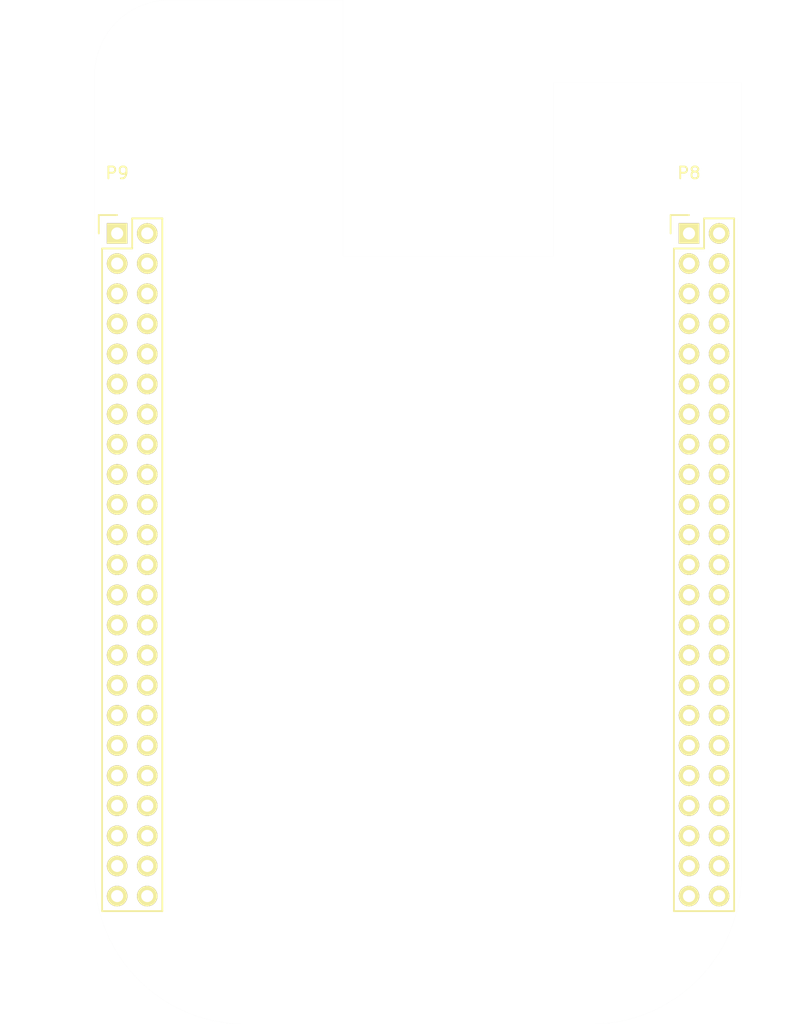
<source format=kicad_pcb>
(kicad_pcb (version 20221018) (generator pcbnew)
  (layers (0 "F.Cu" signal) (31 "B.Cu" signal) (34 "B.Paste" user) (35 "F.Paste" user) (36 "B.SilkS" user "B.Silkscreen") (37 "F.SilkS" user "F.Silkscreen") (38 "B.Mask" user) (39 "F.Mask" user) (44 "Edge.Cuts" user))
  (net 0 "")
  (net 1 "Net-(P8-Pad3)")
  (net 2 "Net-(P8-Pad4)")
  (net 3 "Net-(P8-Pad5)")
  (net 4 "Net-(P8-Pad6)")
  (net 5 "Net-(P8-Pad7)")
  (net 6 "Net-(P8-Pad8)")
  (net 7 "Net-(P8-Pad9)")
  (net 8 "Net-(P8-Pad10)")
  (net 9 "Net-(P8-Pad11)")
  (net 10 "Net-(P8-Pad12)")
  (net 11 "Net-(P8-Pad13)")
  (net 12 "Net-(P8-Pad14)")
  (net 13 "Net-(P8-Pad15)")
  (net 14 "Net-(P8-Pad16)")
  (net 15 "Net-(P8-Pad17)")
  (net 16 "Net-(P8-Pad18)")
  (net 17 "Net-(P8-Pad19)")
  (net 18 "Net-(P8-Pad20)")
  (net 19 "Net-(P8-Pad21)")
  (net 20 "Net-(P8-Pad22)")
  (net 21 "Net-(P8-Pad23)")
  (net 22 "Net-(P8-Pad24)")
  (net 23 "Net-(P8-Pad25)")
  (net 24 "Net-(P8-Pad26)")
  (net 25 "Net-(P8-Pad27)")
  (net 26 "Net-(P8-Pad28)")
  (net 27 "Net-(P8-Pad29)")
  (net 28 "Net-(P8-Pad30)")
  (net 29 "Net-(P8-Pad31)")
  (net 30 "Net-(P8-Pad32)")
  (net 31 "Net-(P8-Pad33)")
  (net 32 "Net-(P8-Pad34)")
  (net 33 "Net-(P8-Pad35)")
  (net 34 "Net-(P8-Pad36)")
  (net 35 "Net-(P8-Pad37)")
  (net 36 "Net-(P8-Pad38)")
  (net 37 "Net-(P8-Pad39)")
  (net 38 "Net-(P8-Pad40)")
  (net 39 "Net-(P8-Pad41)")
  (net 40 "Net-(P8-Pad42)")
  (net 41 "Net-(P8-Pad43)")
  (net 42 "Net-(P8-Pad44)")
  (net 43 "Net-(P8-Pad45)")
  (net 44 "Net-(P8-Pad46)")
  (net 45 "Net-(P9-Pad11)")
  (net 46 "Net-(P9-Pad12)")
  (net 47 "Net-(P9-Pad13)")
  (net 48 "Net-(P9-Pad14)")
  (net 49 "Net-(P9-Pad15)")
  (net 50 "Net-(P9-Pad16)")
  (net 51 "Net-(P9-Pad17)")
  (net 52 "Net-(P9-Pad18)")
  (net 53 "Net-(P9-Pad19)")
  (net 54 "Net-(P9-Pad20)")
  (net 55 "Net-(P9-Pad21)")
  (net 56 "Net-(P9-Pad22)")
  (net 57 "Net-(P9-Pad23)")
  (net 58 "Net-(P9-Pad24)")
  (net 59 "Net-(P9-Pad25)")
  (net 60 "Net-(P9-Pad26)")
  (net 61 "Net-(P9-Pad27)")
  (net 62 "Net-(P9-Pad28)")
  (net 63 "Net-(P9-Pad29)")
  (net 64 "Net-(P9-Pad30)")
  (net 65 "Net-(P9-Pad31)")
  (net 66 "Net-(P9-Pad33)")
  (net 67 "Net-(P9-Pad35)")
  (net 68 "Net-(P9-Pad36)")
  (net 69 "Net-(P9-Pad37)")
  (net 70 "Net-(P9-Pad38)")
  (net 71 "Net-(P9-Pad39)")
  (net 72 "Net-(P9-Pad40)")
  (net 73 "Net-(P9-Pad41)")
  (net 74 "Net-(P9-Pad42)")
  (net 75 "GNDD")
  (net 76 "+3V3")
  (net 77 "+5V")
  (net 78 "SYS_5V")
  (net 79 "PWR_BUT")
  (net 80 "SYS_RESETN")
  (net 81 "VDD_ADC")
  (net 82 "GNDA_ADC")
  (footprint "Socket_BeagleBone_Black:Socket_BeagleBone_Black" (layer "F.Cu") (at 164.6301 62.3824)
    (fp_text reference "P8" (at 0 -5.1) (layer "F.SilkS"))
    (fp_text value "BeagleBone_Black_Header")
    (fp_line (start -1.55 -1.55) (end -1.55 0) (stroke (width 0.15)) (layer "F.SilkS"))
    (fp_line (start -1.27 57.15) (end -1.27 1.27) (stroke (width 0.15)) (layer "F.SilkS"))
    (fp_line (start 0 -1.55) (end -1.55 -1.55) (stroke (width 0.15)) (layer "F.SilkS"))
    (fp_line (start 1.27 -1.27) (end 1.27 1.27) (stroke (width 0.15)) (layer "F.SilkS"))
    (fp_line (start 1.27 1.27) (end -1.27 1.27) (stroke (width 0.15)) (layer "F.SilkS"))
    (fp_line (start 3.81 -1.27) (end 1.27 -1.27) (stroke (width 0.15)) (layer "F.SilkS"))
    (fp_line (start 3.81 57.15) (end -1.27 57.15) (stroke (width 0.15)) (layer "F.SilkS"))
    (fp_line (start 3.81 57.15) (end 3.81 -1.27) (stroke (width 0.15)) (layer "F.SilkS"))
    (pad "1" thru_hole rect (at 0 0) (size 1.7272 1.7272) (drill 1.016) (layers "*.Cu" "*.Mask" "F.SilkS") (net 75 "GNDD"))
    (pad "2" thru_hole oval (at 2.54 0) (size 1.7272 1.7272) (drill 1.016) (layers "*.Cu" "*.Mask" "F.SilkS") (net 75 "GNDD"))
    (pad "3" thru_hole oval (at 0 2.54) (size 1.7272 1.7272) (drill 1.016) (layers "*.Cu" "*.Mask" "F.SilkS") (net 1 "Net-(P8-Pad3)"))
    (pad "4" thru_hole oval (at 2.54 2.54) (size 1.7272 1.7272) (drill 1.016) (layers "*.Cu" "*.Mask" "F.SilkS") (net 2 "Net-(P8-Pad4)"))
    (pad "5" thru_hole oval (at 0 5.08) (size 1.7272 1.7272) (drill 1.016) (layers "*.Cu" "*.Mask" "F.SilkS") (net 3 "Net-(P8-Pad5)"))
    (pad "6" thru_hole oval (at 2.54 5.08) (size 1.7272 1.7272) (drill 1.016) (layers "*.Cu" "*.Mask" "F.SilkS") (net 4 "Net-(P8-Pad6)"))
    (pad "7" thru_hole oval (at 0 7.62) (size 1.7272 1.7272) (drill 1.016) (layers "*.Cu" "*.Mask" "F.SilkS") (net 5 "Net-(P8-Pad7)"))
    (pad "8" thru_hole oval (at 2.54 7.62) (size 1.7272 1.7272) (drill 1.016) (layers "*.Cu" "*.Mask" "F.SilkS") (net 6 "Net-(P8-Pad8)"))
    (pad "9" thru_hole oval (at 0 10.16) (size 1.7272 1.7272) (drill 1.016) (layers "*.Cu" "*.Mask" "F.SilkS") (net 7 "Net-(P8-Pad9)"))
    (pad "10" thru_hole oval (at 2.54 10.16) (size 1.7272 1.7272) (drill 1.016) (layers "*.Cu" "*.Mask" "F.SilkS") (net 8 "Net-(P8-Pad10)"))
    (pad "11" thru_hole oval (at 0 12.7) (size 1.7272 1.7272) (drill 1.016) (layers "*.Cu" "*.Mask" "F.SilkS") (net 9 "Net-(P8-Pad11)"))
    (pad "12" thru_hole oval (at 2.54 12.7) (size 1.7272 1.7272) (drill 1.016) (layers "*.Cu" "*.Mask" "F.SilkS") (net 10 "Net-(P8-Pad12)"))
    (pad "13" thru_hole oval (at 0 15.24) (size 1.7272 1.7272) (drill 1.016) (layers "*.Cu" "*.Mask" "F.SilkS") (net 11 "Net-(P8-Pad13)"))
    (pad "14" thru_hole oval (at 2.54 15.24) (size 1.7272 1.7272) (drill 1.016) (layers "*.Cu" "*.Mask" "F.SilkS") (net 12 "Net-(P8-Pad14)"))
    (pad "15" thru_hole oval (at 0 17.78) (size 1.7272 1.7272) (drill 1.016) (layers "*.Cu" "*.Mask" "F.SilkS") (net 13 "Net-(P8-Pad15)"))
    (pad "16" thru_hole oval (at 2.54 17.78) (size 1.7272 1.7272) (drill 1.016) (layers "*.Cu" "*.Mask" "F.SilkS") (net 14 "Net-(P8-Pad16)"))
    (pad "17" thru_hole oval (at 0 20.32) (size 1.7272 1.7272) (drill 1.016) (layers "*.Cu" "*.Mask" "F.SilkS") (net 15 "Net-(P8-Pad17)"))
    (pad "18" thru_hole oval (at 2.54 20.32) (size 1.7272 1.7272) (drill 1.016) (layers "*.Cu" "*.Mask" "F.SilkS") (net 16 "Net-(P8-Pad18)"))
    (pad "19" thru_hole oval (at 0 22.86) (size 1.7272 1.7272) (drill 1.016) (layers "*.Cu" "*.Mask" "F.SilkS") (net 17 "Net-(P8-Pad19)"))
    (pad "20" thru_hole oval (at 2.54 22.86) (size 1.7272 1.7272) (drill 1.016) (layers "*.Cu" "*.Mask" "F.SilkS") (net 18 "Net-(P8-Pad20)"))
    (pad "21" thru_hole oval (at 0 25.4) (size 1.7272 1.7272) (drill 1.016) (layers "*.Cu" "*.Mask" "F.SilkS") (net 19 "Net-(P8-Pad21)"))
    (pad "22" thru_hole oval (at 2.54 25.4) (size 1.7272 1.7272) (drill 1.016) (layers "*.Cu" "*.Mask" "F.SilkS") (net 20 "Net-(P8-Pad22)"))
    (pad "23" thru_hole oval (at 0 27.94) (size 1.7272 1.7272) (drill 1.016) (layers "*.Cu" "*.Mask" "F.SilkS") (net 21 "Net-(P8-Pad23)"))
    (pad "24" thru_hole oval (at 2.54 27.94) (size 1.7272 1.7272) (drill 1.016) (layers "*.Cu" "*.Mask" "F.SilkS") (net 22 "Net-(P8-Pad24)"))
    (pad "25" thru_hole oval (at 0 30.48) (size 1.7272 1.7272) (drill 1.016) (layers "*.Cu" "*.Mask" "F.SilkS") (net 23 "Net-(P8-Pad25)"))
    (pad "26" thru_hole oval (at 2.54 30.48) (size 1.7272 1.7272) (drill 1.016) (layers "*.Cu" "*.Mask" "F.SilkS") (net 24 "Net-(P8-Pad26)"))
    (pad "27" thru_hole oval (at 0 33.02) (size 1.7272 1.7272) (drill 1.016) (layers "*.Cu" "*.Mask" "F.SilkS") (net 25 "Net-(P8-Pad27)"))
    (pad "28" thru_hole oval (at 2.54 33.02) (size 1.7272 1.7272) (drill 1.016) (layers "*.Cu" "*.Mask" "F.SilkS") (net 26 "Net-(P8-Pad28)"))
    (pad "29" thru_hole oval (at 0 35.56) (size 1.7272 1.7272) (drill 1.016) (layers "*.Cu" "*.Mask" "F.SilkS") (net 27 "Net-(P8-Pad29)"))
    (pad "30" thru_hole oval (at 2.54 35.56) (size 1.7272 1.7272) (drill 1.016) (layers "*.Cu" "*.Mask" "F.SilkS") (net 28 "Net-(P8-Pad30)"))
    (pad "31" thru_hole oval (at 0 38.1) (size 1.7272 1.7272) (drill 1.016) (layers "*.Cu" "*.Mask" "F.SilkS") (net 29 "Net-(P8-Pad31)"))
    (pad "32" thru_hole oval (at 2.54 38.1) (size 1.7272 1.7272) (drill 1.016) (layers "*.Cu" "*.Mask" "F.SilkS") (net 30 "Net-(P8-Pad32)"))
    (pad "33" thru_hole oval (at 0 40.64) (size 1.7272 1.7272) (drill 1.016) (layers "*.Cu" "*.Mask" "F.SilkS") (net 31 "Net-(P8-Pad33)"))
    (pad "34" thru_hole oval (at 2.54 40.64) (size 1.7272 1.7272) (drill 1.016) (layers "*.Cu" "*.Mask" "F.SilkS") (net 32 "Net-(P8-Pad34)"))
    (pad "35" thru_hole oval (at 0 43.18) (size 1.7272 1.7272) (drill 1.016) (layers "*.Cu" "*.Mask" "F.SilkS") (net 33 "Net-(P8-Pad35)"))
    (pad "36" thru_hole oval (at 2.54 43.18) (size 1.7272 1.7272) (drill 1.016) (layers "*.Cu" "*.Mask" "F.SilkS") (net 34 "Net-(P8-Pad36)"))
    (pad "37" thru_hole oval (at 0 45.72) (size 1.7272 1.7272) (drill 1.016) (layers "*.Cu" "*.Mask" "F.SilkS") (net 35 "Net-(P8-Pad37)"))
    (pad "38" thru_hole oval (at 2.54 45.72) (size 1.7272 1.7272) (drill 1.016) (layers "*.Cu" "*.Mask" "F.SilkS") (net 36 "Net-(P8-Pad38)"))
    (pad "39" thru_hole oval (at 0 48.26) (size 1.7272 1.7272) (drill 1.016) (layers "*.Cu" "*.Mask" "F.SilkS") (net 37 "Net-(P8-Pad39)"))
    (pad "40" thru_hole oval (at 2.54 48.26) (size 1.7272 1.7272) (drill 1.016) (layers "*.Cu" "*.Mask" "F.SilkS") (net 38 "Net-(P8-Pad40)"))
    (pad "41" thru_hole oval (at 0 50.8) (size 1.7272 1.7272) (drill 1.016) (layers "*.Cu" "*.Mask" "F.SilkS") (net 39 "Net-(P8-Pad41)"))
    (pad "42" thru_hole oval (at 2.54 50.8) (size 1.7272 1.7272) (drill 1.016) (layers "*.Cu" "*.Mask" "F.SilkS") (net 40 "Net-(P8-Pad42)"))
    (pad "43" thru_hole oval (at 0 53.34) (size 1.7272 1.7272) (drill 1.016) (layers "*.Cu" "*.Mask" "F.SilkS") (net 41 "Net-(P8-Pad43)"))
    (pad "44" thru_hole oval (at 2.54 53.34) (size 1.7272 1.7272) (drill 1.016) (layers "*.Cu" "*.Mask" "F.SilkS") (net 42 "Net-(P8-Pad44)"))
    (pad "45" thru_hole oval (at 0 55.88) (size 1.7272 1.7272) (drill 1.016) (layers "*.Cu" "*.Mask" "F.SilkS") (net 43 "Net-(P8-Pad45)"))
    (pad "46" thru_hole oval (at 2.54 55.88) (size 1.7272 1.7272) (drill 1.016) (layers "*.Cu" "*.Mask" "F.SilkS") (net 44 "Net-(P8-Pad46)"))
  )
  (footprint "Socket_BeagleBone_Black:Socket_BeagleBone_Black" (layer "F.Cu") (at 116.3701 62.3824)
    (fp_text reference "P9" (at 0 -5.1) (layer "F.SilkS"))
    (fp_text value "BeagleBone_Black_Header")
    (fp_line (start -1.55 -1.55) (end -1.55 0) (stroke (width 0.15)) (layer "F.SilkS"))
    (fp_line (start -1.27 57.15) (end -1.27 1.27) (stroke (width 0.15)) (layer "F.SilkS"))
    (fp_line (start 0 -1.55) (end -1.55 -1.55) (stroke (width 0.15)) (layer "F.SilkS"))
    (fp_line (start 1.27 -1.27) (end 1.27 1.27) (stroke (width 0.15)) (layer "F.SilkS"))
    (fp_line (start 1.27 1.27) (end -1.27 1.27) (stroke (width 0.15)) (layer "F.SilkS"))
    (fp_line (start 3.81 -1.27) (end 1.27 -1.27) (stroke (width 0.15)) (layer "F.SilkS"))
    (fp_line (start 3.81 57.15) (end -1.27 57.15) (stroke (width 0.15)) (layer "F.SilkS"))
    (fp_line (start 3.81 57.15) (end 3.81 -1.27) (stroke (width 0.15)) (layer "F.SilkS"))
    (pad "1" thru_hole rect (at 0 0) (size 1.7272 1.7272) (drill 1.016) (layers "*.Cu" "*.Mask" "F.SilkS") (net 75 "GNDD"))
    (pad "2" thru_hole oval (at 2.54 0) (size 1.7272 1.7272) (drill 1.016) (layers "*.Cu" "*.Mask" "F.SilkS") (net 75 "GNDD"))
    (pad "3" thru_hole oval (at 0 2.54) (size 1.7272 1.7272) (drill 1.016) (layers "*.Cu" "*.Mask" "F.SilkS") (net 76 "+3V3"))
    (pad "4" thru_hole oval (at 2.54 2.54) (size 1.7272 1.7272) (drill 1.016) (layers "*.Cu" "*.Mask" "F.SilkS") (net 76 "+3V3"))
    (pad "5" thru_hole oval (at 0 5.08) (size 1.7272 1.7272) (drill 1.016) (layers "*.Cu" "*.Mask" "F.SilkS") (net 77 "+5V"))
    (pad "6" thru_hole oval (at 2.54 5.08) (size 1.7272 1.7272) (drill 1.016) (layers "*.Cu" "*.Mask" "F.SilkS") (net 77 "+5V"))
    (pad "7" thru_hole oval (at 0 7.62) (size 1.7272 1.7272) (drill 1.016) (layers "*.Cu" "*.Mask" "F.SilkS") (net 78 "SYS_5V"))
    (pad "8" thru_hole oval (at 2.54 7.62) (size 1.7272 1.7272) (drill 1.016) (layers "*.Cu" "*.Mask" "F.SilkS") (net 78 "SYS_5V"))
    (pad "9" thru_hole oval (at 0 10.16) (size 1.7272 1.7272) (drill 1.016) (layers "*.Cu" "*.Mask" "F.SilkS") (net 79 "PWR_BUT"))
    (pad "10" thru_hole oval (at 2.54 10.16) (size 1.7272 1.7272) (drill 1.016) (layers "*.Cu" "*.Mask" "F.SilkS") (net 80 "SYS_RESETN"))
    (pad "11" thru_hole oval (at 0 12.7) (size 1.7272 1.7272) (drill 1.016) (layers "*.Cu" "*.Mask" "F.SilkS") (net 45 "Net-(P9-Pad11)"))
    (pad "12" thru_hole oval (at 2.54 12.7) (size 1.7272 1.7272) (drill 1.016) (layers "*.Cu" "*.Mask" "F.SilkS") (net 46 "Net-(P9-Pad12)"))
    (pad "13" thru_hole oval (at 0 15.24) (size 1.7272 1.7272) (drill 1.016) (layers "*.Cu" "*.Mask" "F.SilkS") (net 47 "Net-(P9-Pad13)"))
    (pad "14" thru_hole oval (at 2.54 15.24) (size 1.7272 1.7272) (drill 1.016) (layers "*.Cu" "*.Mask" "F.SilkS") (net 48 "Net-(P9-Pad14)"))
    (pad "15" thru_hole oval (at 0 17.78) (size 1.7272 1.7272) (drill 1.016) (layers "*.Cu" "*.Mask" "F.SilkS") (net 49 "Net-(P9-Pad15)"))
    (pad "16" thru_hole oval (at 2.54 17.78) (size 1.7272 1.7272) (drill 1.016) (layers "*.Cu" "*.Mask" "F.SilkS") (net 50 "Net-(P9-Pad16)"))
    (pad "17" thru_hole oval (at 0 20.32) (size 1.7272 1.7272) (drill 1.016) (layers "*.Cu" "*.Mask" "F.SilkS") (net 51 "Net-(P9-Pad17)"))
    (pad "18" thru_hole oval (at 2.54 20.32) (size 1.7272 1.7272) (drill 1.016) (layers "*.Cu" "*.Mask" "F.SilkS") (net 52 "Net-(P9-Pad18)"))
    (pad "19" thru_hole oval (at 0 22.86) (size 1.7272 1.7272) (drill 1.016) (layers "*.Cu" "*.Mask" "F.SilkS") (net 53 "Net-(P9-Pad19)"))
    (pad "20" thru_hole oval (at 2.54 22.86) (size 1.7272 1.7272) (drill 1.016) (layers "*.Cu" "*.Mask" "F.SilkS") (net 54 "Net-(P9-Pad20)"))
    (pad "21" thru_hole oval (at 0 25.4) (size 1.7272 1.7272) (drill 1.016) (layers "*.Cu" "*.Mask" "F.SilkS") (net 55 "Net-(P9-Pad21)"))
    (pad "22" thru_hole oval (at 2.54 25.4) (size 1.7272 1.7272) (drill 1.016) (layers "*.Cu" "*.Mask" "F.SilkS") (net 56 "Net-(P9-Pad22)"))
    (pad "23" thru_hole oval (at 0 27.94) (size 1.7272 1.7272) (drill 1.016) (layers "*.Cu" "*.Mask" "F.SilkS") (net 57 "Net-(P9-Pad23)"))
    (pad "24" thru_hole oval (at 2.54 27.94) (size 1.7272 1.7272) (drill 1.016) (layers "*.Cu" "*.Mask" "F.SilkS") (net 58 "Net-(P9-Pad24)"))
    (pad "25" thru_hole oval (at 0 30.48) (size 1.7272 1.7272) (drill 1.016) (layers "*.Cu" "*.Mask" "F.SilkS") (net 59 "Net-(P9-Pad25)"))
    (pad "26" thru_hole oval (at 2.54 30.48) (size 1.7272 1.7272) (drill 1.016) (layers "*.Cu" "*.Mask" "F.SilkS") (net 60 "Net-(P9-Pad26)"))
    (pad "27" thru_hole oval (at 0 33.02) (size 1.7272 1.7272) (drill 1.016) (layers "*.Cu" "*.Mask" "F.SilkS") (net 61 "Net-(P9-Pad27)"))
    (pad "28" thru_hole oval (at 2.54 33.02) (size 1.7272 1.7272) (drill 1.016) (layers "*.Cu" "*.Mask" "F.SilkS") (net 62 "Net-(P9-Pad28)"))
    (pad "29" thru_hole oval (at 0 35.56) (size 1.7272 1.7272) (drill 1.016) (layers "*.Cu" "*.Mask" "F.SilkS") (net 63 "Net-(P9-Pad29)"))
    (pad "30" thru_hole oval (at 2.54 35.56) (size 1.7272 1.7272) (drill 1.016) (layers "*.Cu" "*.Mask" "F.SilkS") (net 64 "Net-(P9-Pad30)"))
    (pad "31" thru_hole oval (at 0 38.1) (size 1.7272 1.7272) (drill 1.016) (layers "*.Cu" "*.Mask" "F.SilkS") (net 65 "Net-(P9-Pad31)"))
    (pad "32" thru_hole oval (at 2.54 38.1) (size 1.7272 1.7272) (drill 1.016) (layers "*.Cu" "*.Mask" "F.SilkS") (net 81 "VDD_ADC"))
    (pad "33" thru_hole oval (at 0 40.64) (size 1.7272 1.7272) (drill 1.016) (layers "*.Cu" "*.Mask" "F.SilkS") (net 66 "Net-(P9-Pad33)"))
    (pad "34" thru_hole oval (at 2.54 40.64) (size 1.7272 1.7272) (drill 1.016) (layers "*.Cu" "*.Mask" "F.SilkS") (net 82 "GNDA_ADC"))
    (pad "35" thru_hole oval (at 0 43.18) (size 1.7272 1.7272) (drill 1.016) (layers "*.Cu" "*.Mask" "F.SilkS") (net 67 "Net-(P9-Pad35)"))
    (pad "36" thru_hole oval (at 2.54 43.18) (size 1.7272 1.7272) (drill 1.016) (layers "*.Cu" "*.Mask" "F.SilkS") (net 68 "Net-(P9-Pad36)"))
    (pad "37" thru_hole oval (at 0 45.72) (size 1.7272 1.7272) (drill 1.016) (layers "*.Cu" "*.Mask" "F.SilkS") (net 69 "Net-(P9-Pad37)"))
    (pad "38" thru_hole oval (at 2.54 45.72) (size 1.7272 1.7272) (drill 1.016) (layers "*.Cu" "*.Mask" "F.SilkS") (net 70 "Net-(P9-Pad38)"))
    (pad "39" thru_hole oval (at 0 48.26) (size 1.7272 1.7272) (drill 1.016) (layers "*.Cu" "*.Mask" "F.SilkS") (net 71 "Net-(P9-Pad39)"))
    (pad "40" thru_hole oval (at 2.54 48.26) (size 1.7272 1.7272) (drill 1.016) (layers "*.Cu" "*.Mask" "F.SilkS") (net 72 "Net-(P9-Pad40)"))
    (pad "41" thru_hole oval (at 0 50.8) (size 1.7272 1.7272) (drill 1.016) (layers "*.Cu" "*.Mask" "F.SilkS") (net 73 "Net-(P9-Pad41)"))
    (pad "42" thru_hole oval (at 2.54 50.8) (size 1.7272 1.7272) (drill 1.016) (layers "*.Cu" "*.Mask" "F.SilkS") (net 74 "Net-(P9-Pad42)"))
    (pad "43" thru_hole oval (at 0 53.34) (size 1.7272 1.7272) (drill 1.016) (layers "*.Cu" "*.Mask" "F.SilkS") (net 75 "GNDD"))
    (pad "44" thru_hole oval (at 2.54 53.34) (size 1.7272 1.7272) (drill 1.016) (layers "*.Cu" "*.Mask" "F.SilkS") (net 75 "GNDD"))
    (pad "45" thru_hole oval (at 0 55.88) (size 1.7272 1.7272) (drill 1.016) (layers "*.Cu" "*.Mask" "F.SilkS") (net 75 "GNDD"))
    (pad "46" thru_hole oval (at 2.54 55.88) (size 1.7272 1.7272) (drill 1.016) (layers "*.Cu" "*.Mask" "F.SilkS") (net 75 "GNDD"))
  )
  (gr_line (start 153.2001 49.6824) (end 153.2001 64.2874) (stroke (width 0.00254)) (layer "Edge.Cuts"))
  (gr_line (start 114.4651 49.0474) (end 114.4651 116.3574) (stroke (width 0.00254)) (layer "Edge.Cuts"))
  (gr_line (start 135.4201 42.6974) (end 120.8151 42.6974) (stroke (width 0.00254)) (layer "Edge.Cuts"))
  (gr_arc (start 169.0751 116.3574) (mid 165.355356 125.337656) (end 156.3751 129.0574) (stroke (width 0.00254)) (layer "Edge.Cuts"))
  (gr_line (start 127.1651 129.0574) (end 156.3751 129.0574) (stroke (width 0.00254)) (layer "Edge.Cuts"))
  (gr_arc (start 127.1651 129.0574) (mid 118.184844 125.337656) (end 114.4651 116.3574) (stroke (width 0.00254)) (layer "Edge.Cuts"))
  (gr_line (start 135.4201 64.2874) (end 135.4201 42.6974) (stroke (width 0.00254)) (layer "Edge.Cuts"))
  (gr_line (start 169.0751 49.6824) (end 153.2001 49.6824) (stroke (width 0.00254)) (layer "Edge.Cuts"))
  (gr_line (start 153.2001 64.2874) (end 135.4201 64.2874) (stroke (width 0.00254)) (layer "Edge.Cuts"))
  (gr_line (start 169.0751 116.3574) (end 169.0751 49.6824) (stroke (width 0.00254)) (layer "Edge.Cuts"))
  (gr_arc (start 114.4651 49.0474) (mid 116.324972 44.557272) (end 120.8151 42.6974) (stroke (width 0.00254)) (layer "Edge.Cuts"))
)
</source>
